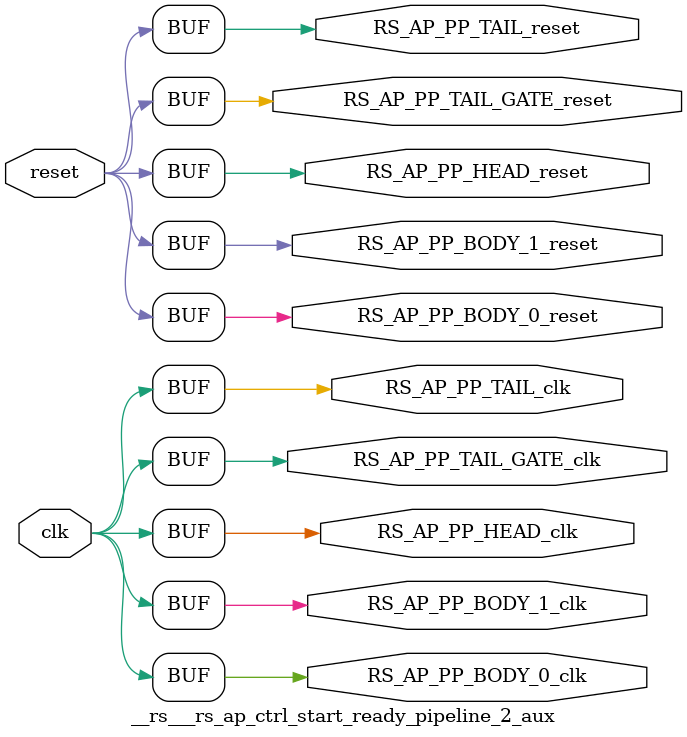
<source format=v>
`timescale 1 ns / 1 ps
module __rs___rs_ap_ctrl_start_ready_pipeline_2_aux #(
    parameter HEAD_LEVEL      = 0,
    parameter BODY_LEVEL      = 2,
    parameter TAIL_LEVEL      = 0,
    parameter __HEAD_REGION   = "",
    parameter __BODY_0_REGION = "",
    parameter __BODY_1_REGION = "",
    parameter __TAIL_REGION   = "",
    parameter GRACE_PERIOD    = ( BODY_LEVEL + HEAD_LEVEL + TAIL_LEVEL ) * 2
) (
    output wire RS_AP_PP_BODY_0_clk,
    output wire RS_AP_PP_BODY_0_reset,
    output wire RS_AP_PP_BODY_1_clk,
    output wire RS_AP_PP_BODY_1_reset,
    output wire RS_AP_PP_HEAD_clk,
    output wire RS_AP_PP_HEAD_reset,
    output wire RS_AP_PP_TAIL_GATE_clk,
    output wire RS_AP_PP_TAIL_GATE_reset,
    output wire RS_AP_PP_TAIL_clk,
    output wire RS_AP_PP_TAIL_reset,
    input wire  clk,
    input wire  reset
);
    
    wire                  body_outbound_0_valid;
    wire                  body_outbound_0_ready;
    
    wire                  body_outbound_1_valid;
    wire                  body_outbound_1_ready;
    
    wire                  body_outbound_2_valid;
    wire                  body_outbound_2_ready;
    
    wire                  tail_gate_valid;
    wire                  tail_gate_ready;
  assign RS_AP_PP_HEAD_clk = clk;
  assign RS_AP_PP_HEAD_reset = reset;
  assign RS_AP_PP_BODY_0_clk = clk;
  assign RS_AP_PP_BODY_0_reset = reset;
  assign RS_AP_PP_BODY_1_clk = clk;
  assign RS_AP_PP_BODY_1_reset = reset;
  assign RS_AP_PP_TAIL_GATE_clk = clk;
  assign RS_AP_PP_TAIL_GATE_reset = reset;
  assign RS_AP_PP_TAIL_clk = clk;
  assign RS_AP_PP_TAIL_reset = reset;
endmodule
</source>
